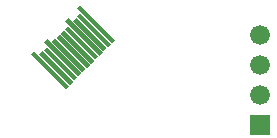
<source format=gbs>
G75*
%MOIN*%
%OFA0B0*%
%FSLAX24Y24*%
%IPPOS*%
%LPD*%
%AMOC8*
5,1,8,0,0,1.08239X$1,22.5*
%
%ADD10R,0.0660X0.0660*%
%ADD11C,0.0660*%
%ADD12R,0.1635X0.0158*%
%ADD13R,0.1438X0.0158*%
D10*
X011839Y015381D03*
D11*
X011839Y016381D03*
X011839Y017381D03*
X011839Y018381D03*
D12*
G36*
X005842Y019371D02*
X006996Y018217D01*
X006884Y018105D01*
X005730Y019259D01*
X005842Y019371D01*
G37*
G36*
X005425Y018953D02*
X006579Y017799D01*
X006467Y017687D01*
X005313Y018841D01*
X005425Y018953D01*
G37*
G36*
X004729Y018257D02*
X005883Y017103D01*
X005771Y016991D01*
X004617Y018145D01*
X004729Y018257D01*
G37*
G36*
X004311Y017840D02*
X005465Y016686D01*
X005353Y016574D01*
X004199Y017728D01*
X004311Y017840D01*
G37*
D13*
G36*
X004728Y017980D02*
X005744Y016964D01*
X005632Y016852D01*
X004616Y017868D01*
X004728Y017980D01*
G37*
G36*
X005007Y018258D02*
X006023Y017242D01*
X005911Y017130D01*
X004895Y018146D01*
X005007Y018258D01*
G37*
G36*
X005146Y018397D02*
X006162Y017381D01*
X006050Y017269D01*
X005034Y018285D01*
X005146Y018397D01*
G37*
G36*
X005285Y018536D02*
X006301Y017520D01*
X006189Y017408D01*
X005173Y018424D01*
X005285Y018536D01*
G37*
G36*
X005424Y018675D02*
X006440Y017659D01*
X006328Y017547D01*
X005312Y018563D01*
X005424Y018675D01*
G37*
G36*
X005703Y018954D02*
X006719Y017938D01*
X006607Y017826D01*
X005591Y018842D01*
X005703Y018954D01*
G37*
G36*
X005842Y019093D02*
X006858Y018077D01*
X006746Y017965D01*
X005730Y018981D01*
X005842Y019093D01*
G37*
G36*
X004589Y017840D02*
X005605Y016824D01*
X005493Y016712D01*
X004477Y017728D01*
X004589Y017840D01*
G37*
M02*

</source>
